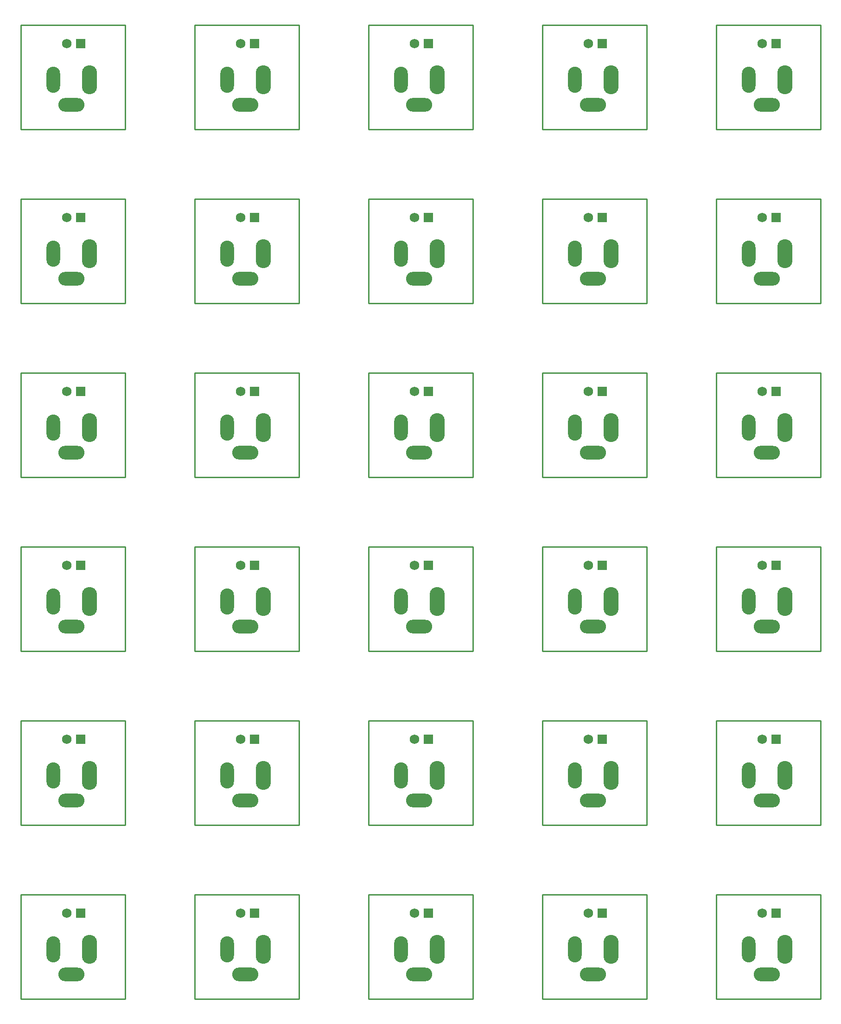
<source format=gbs>
G04*
G04 #@! TF.GenerationSoftware,Altium Limited,Altium Designer,20.0.13 (296)*
G04*
G04 Layer_Color=16711935*
%FSLAX25Y25*%
%MOIN*%
G70*
G01*
G75*
%ADD12C,0.01000*%
%ADD23R,0.06800X0.06800*%
%ADD24C,0.06800*%
%ADD25O,0.09800X0.18800*%
%ADD26O,0.18800X0.09800*%
%ADD27O,0.10800X0.20800*%
D12*
X0Y0D02*
Y75000D01*
X75000D01*
Y0D02*
Y75000D01*
X0Y0D02*
X75000D01*
X125000D02*
Y75000D01*
X200000D01*
Y0D02*
Y75000D01*
X125000Y0D02*
X200000D01*
X250000D02*
Y75000D01*
X325000D01*
Y0D02*
Y75000D01*
X250000Y0D02*
X325000D01*
X375000D02*
Y75000D01*
X450000D01*
Y0D02*
Y75000D01*
X375000Y0D02*
X450000D01*
X500000D02*
Y75000D01*
X575000D01*
Y0D02*
Y75000D01*
X500000Y0D02*
X575000D01*
X0Y125000D02*
Y200000D01*
X75000D01*
Y125000D02*
Y200000D01*
X0Y125000D02*
X75000D01*
X125000D02*
Y200000D01*
X200000D01*
Y125000D02*
Y200000D01*
X125000Y125000D02*
X200000D01*
X250000D02*
Y200000D01*
X325000D01*
Y125000D02*
Y200000D01*
X250000Y125000D02*
X325000D01*
X375000D02*
Y200000D01*
X450000D01*
Y125000D02*
Y200000D01*
X375000Y125000D02*
X450000D01*
X500000D02*
Y200000D01*
X575000D01*
Y125000D02*
Y200000D01*
X500000Y125000D02*
X575000D01*
X0Y250000D02*
Y325000D01*
X75000D01*
Y250000D02*
Y325000D01*
X0Y250000D02*
X75000D01*
X125000D02*
Y325000D01*
X200000D01*
Y250000D02*
Y325000D01*
X125000Y250000D02*
X200000D01*
X250000D02*
Y325000D01*
X325000D01*
Y250000D02*
Y325000D01*
X250000Y250000D02*
X325000D01*
X375000D02*
Y325000D01*
X450000D01*
Y250000D02*
Y325000D01*
X375000Y250000D02*
X450000D01*
X500000D02*
Y325000D01*
X575000D01*
Y250000D02*
Y325000D01*
X500000Y250000D02*
X575000D01*
X0Y375000D02*
Y450000D01*
X75000D01*
Y375000D02*
Y450000D01*
X0Y375000D02*
X75000D01*
X125000D02*
Y450000D01*
X200000D01*
Y375000D02*
Y450000D01*
X125000Y375000D02*
X200000D01*
X250000D02*
Y450000D01*
X325000D01*
Y375000D02*
Y450000D01*
X250000Y375000D02*
X325000D01*
X375000D02*
Y450000D01*
X450000D01*
Y375000D02*
Y450000D01*
X375000Y375000D02*
X450000D01*
X500000D02*
Y450000D01*
X575000D01*
Y375000D02*
Y450000D01*
X500000Y375000D02*
X575000D01*
X0Y500000D02*
Y575000D01*
X75000D01*
Y500000D02*
Y575000D01*
X0Y500000D02*
X75000D01*
X125000D02*
Y575000D01*
X200000D01*
Y500000D02*
Y575000D01*
X125000Y500000D02*
X200000D01*
X250000D02*
Y575000D01*
X325000D01*
Y500000D02*
Y575000D01*
X250000Y500000D02*
X325000D01*
X375000D02*
Y575000D01*
X450000D01*
Y500000D02*
Y575000D01*
X375000Y500000D02*
X450000D01*
X500000D02*
Y575000D01*
X575000D01*
Y500000D02*
Y575000D01*
X500000Y500000D02*
X575000D01*
X0Y625000D02*
Y700000D01*
X75000D01*
Y625000D02*
Y700000D01*
X0Y625000D02*
X75000D01*
X125000D02*
Y700000D01*
X200000D01*
Y625000D02*
Y700000D01*
X125000Y625000D02*
X200000D01*
X250000D02*
Y700000D01*
X325000D01*
Y625000D02*
Y700000D01*
X250000Y625000D02*
X325000D01*
X375000D02*
Y700000D01*
X450000D01*
Y625000D02*
Y700000D01*
X375000Y625000D02*
X450000D01*
X500000D02*
Y700000D01*
X575000D01*
Y625000D02*
Y700000D01*
X500000Y625000D02*
X575000D01*
D23*
X43000Y61500D02*
D03*
X168000D02*
D03*
X293000D02*
D03*
X418000D02*
D03*
X543000D02*
D03*
X43000Y186500D02*
D03*
X168000D02*
D03*
X293000D02*
D03*
X418000D02*
D03*
X543000D02*
D03*
X43000Y311500D02*
D03*
X168000D02*
D03*
X293000D02*
D03*
X418000D02*
D03*
X543000D02*
D03*
X43000Y436500D02*
D03*
X168000D02*
D03*
X293000D02*
D03*
X418000D02*
D03*
X543000D02*
D03*
X43000Y561500D02*
D03*
X168000D02*
D03*
X293000D02*
D03*
X418000D02*
D03*
X543000D02*
D03*
X43000Y686500D02*
D03*
X168000D02*
D03*
X293000D02*
D03*
X418000D02*
D03*
X543000D02*
D03*
D24*
X33000Y61500D02*
D03*
X158000D02*
D03*
X283000D02*
D03*
X408000D02*
D03*
X533000D02*
D03*
X33000Y186500D02*
D03*
X158000D02*
D03*
X283000D02*
D03*
X408000D02*
D03*
X533000D02*
D03*
X33000Y311500D02*
D03*
X158000D02*
D03*
X283000D02*
D03*
X408000D02*
D03*
X533000D02*
D03*
X33000Y436500D02*
D03*
X158000D02*
D03*
X283000D02*
D03*
X408000D02*
D03*
X533000D02*
D03*
X33000Y561500D02*
D03*
X158000D02*
D03*
X283000D02*
D03*
X408000D02*
D03*
X533000D02*
D03*
X33000Y686500D02*
D03*
X158000D02*
D03*
X283000D02*
D03*
X408000D02*
D03*
X533000D02*
D03*
D25*
X23500Y35500D02*
D03*
X148500D02*
D03*
X273500D02*
D03*
X398500D02*
D03*
X523500D02*
D03*
X23500Y160500D02*
D03*
X148500D02*
D03*
X273500D02*
D03*
X398500D02*
D03*
X523500D02*
D03*
X23500Y285500D02*
D03*
X148500D02*
D03*
X273500D02*
D03*
X398500D02*
D03*
X523500D02*
D03*
X23500Y410500D02*
D03*
X148500D02*
D03*
X273500D02*
D03*
X398500D02*
D03*
X523500D02*
D03*
X23500Y535500D02*
D03*
X148500D02*
D03*
X273500D02*
D03*
X398500D02*
D03*
X523500D02*
D03*
X23500Y660500D02*
D03*
X148500D02*
D03*
X273500D02*
D03*
X398500D02*
D03*
X523500D02*
D03*
D26*
X36500Y17500D02*
D03*
X161500D02*
D03*
X286500D02*
D03*
X411500D02*
D03*
X536500D02*
D03*
X36500Y142500D02*
D03*
X161500D02*
D03*
X286500D02*
D03*
X411500D02*
D03*
X536500D02*
D03*
X36500Y267500D02*
D03*
X161500D02*
D03*
X286500D02*
D03*
X411500D02*
D03*
X536500D02*
D03*
X36500Y392500D02*
D03*
X161500D02*
D03*
X286500D02*
D03*
X411500D02*
D03*
X536500D02*
D03*
X36500Y517500D02*
D03*
X161500D02*
D03*
X286500D02*
D03*
X411500D02*
D03*
X536500D02*
D03*
X36500Y642500D02*
D03*
X161500D02*
D03*
X286500D02*
D03*
X411500D02*
D03*
X536500D02*
D03*
D27*
X49500Y35500D02*
D03*
X174500D02*
D03*
X299500D02*
D03*
X424500D02*
D03*
X549500D02*
D03*
X49500Y160500D02*
D03*
X174500D02*
D03*
X299500D02*
D03*
X424500D02*
D03*
X549500D02*
D03*
X49500Y285500D02*
D03*
X174500D02*
D03*
X299500D02*
D03*
X424500D02*
D03*
X549500D02*
D03*
X49500Y410500D02*
D03*
X174500D02*
D03*
X299500D02*
D03*
X424500D02*
D03*
X549500D02*
D03*
X49500Y535500D02*
D03*
X174500D02*
D03*
X299500D02*
D03*
X424500D02*
D03*
X549500D02*
D03*
X49500Y660500D02*
D03*
X174500D02*
D03*
X299500D02*
D03*
X424500D02*
D03*
X549500D02*
D03*
M02*

</source>
